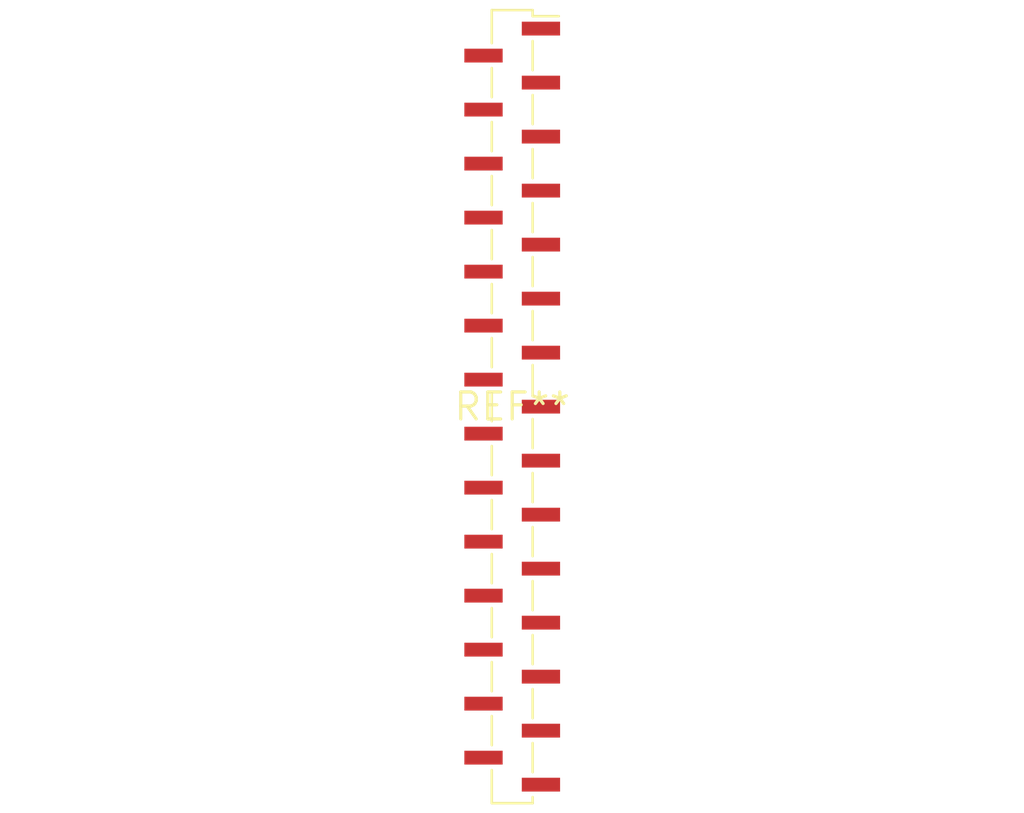
<source format=kicad_pcb>
(kicad_pcb (version 20240108) (generator pcbnew)
  (layers (0 "F.Cu" signal) (31 "B.Cu" signal) (34 "B.Paste" user) (35 "F.Paste" user) (36 "B.SilkS" user "B.Silkscreen") (37 "F.SilkS" user "F.Silkscreen") (38 "B.Mask" user) (39 "F.Mask" user) (44 "Edge.Cuts" user))
  (net 0 "")
  (footprint "PinSocket_1x29_P1.27mm_Vertical_SMD_Pin1Right" (layer "F.Cu") (at 0 0)
    (property "Reference" "REF**")
    (property "Value" "PinSocket_1x29_P1.27mm_Vertical_SMD_Pin1Right")
    (fp_line (start -0.96 -18.65) (end -0.96 -17.095) (layer "F.SilkS") (stroke (width 0.12)))
    (fp_line (start -0.96 -18.65) (end 0.96 -18.65) (layer "F.SilkS") (stroke (width 0.12)))
    (fp_line (start -0.96 -15.925) (end -0.96 -14.555) (layer "F.SilkS") (stroke (width 0.12)))
    (fp_line (start -0.96 -13.385) (end -0.96 -12.015) (layer "F.SilkS") (stroke (width 0.12)))
    (fp_line (start -0.96 -10.845) (end -0.96 -9.475) (layer "F.SilkS") (stroke (width 0.12)))
    (fp_line (start -0.96 -8.305) (end -0.96 -6.935) (layer "F.SilkS") (stroke (width 0.12)))
    (fp_line (start -0.96 -5.765) (end -0.96 -4.395) (layer "F.SilkS") (stroke (width 0.12)))
    (fp_line (start -0.96 -3.225) (end -0.96 -1.855) (layer "F.SilkS") (stroke (width 0.12)))
    (fp_line (start -0.96 -0.685) (end -0.96 0.685) (layer "F.SilkS") (stroke (width 0.12)))
    (fp_line (start -0.96 1.855) (end -0.96 3.225) (layer "F.SilkS") (stroke (width 0.12)))
    (fp_line (start -0.96 4.395) (end -0.96 5.765) (layer "F.SilkS") (stroke (width 0.12)))
    (fp_line (start -0.96 6.935) (end -0.96 8.305) (layer "F.SilkS") (stroke (width 0.12)))
    (fp_line (start -0.96 9.475) (end -0.96 10.845) (layer "F.SilkS") (stroke (width 0.12)))
    (fp_line (start -0.96 12.015) (end -0.96 13.385) (layer "F.SilkS") (stroke (width 0.12)))
    (fp_line (start -0.96 14.555) (end -0.96 15.925) (layer "F.SilkS") (stroke (width 0.12)))
    (fp_line (start -0.96 17.095) (end -0.96 18.65) (layer "F.SilkS") (stroke (width 0.12)))
    (fp_line (start -0.96 18.65) (end 0.96 18.65) (layer "F.SilkS") (stroke (width 0.12)))
    (fp_line (start 0.96 -18.65) (end 0.96 -18.365) (layer "F.SilkS") (stroke (width 0.12)))
    (fp_line (start 0.96 -18.365) (end 2.19 -18.365) (layer "F.SilkS") (stroke (width 0.12)))
    (fp_line (start 0.96 -17.195) (end 0.96 -15.825) (layer "F.SilkS") (stroke (width 0.12)))
    (fp_line (start 0.96 -14.655) (end 0.96 -13.285) (layer "F.SilkS") (stroke (width 0.12)))
    (fp_line (start 0.96 -12.115) (end 0.96 -10.745) (layer "F.SilkS") (stroke (width 0.12)))
    (fp_line (start 0.96 -9.575) (end 0.96 -8.205) (layer "F.SilkS") (stroke (width 0.12)))
    (fp_line (start 0.96 -7.035) (end 0.96 -5.665) (layer "F.SilkS") (stroke (width 0.12)))
    (fp_line (start 0.96 -4.495) (end 0.96 -3.125) (layer "F.SilkS") (stroke (width 0.12)))
    (fp_line (start 0.96 -1.955) (end 0.96 -0.585) (layer "F.SilkS") (stroke (width 0.12)))
    (fp_line (start 0.96 0.585) (end 0.96 1.955) (layer "F.SilkS") (stroke (width 0.12)))
    (fp_line (start 0.96 3.125) (end 0.96 4.495) (layer "F.SilkS") (stroke (width 0.12)))
    (fp_line (start 0.96 5.665) (end 0.96 7.035) (layer "F.SilkS") (stroke (width 0.12)))
    (fp_line (start 0.96 8.205) (end 0.96 9.575) (layer "F.SilkS") (stroke (width 0.12)))
    (fp_line (start 0.96 10.745) (end 0.96 12.115) (layer "F.SilkS") (stroke (width 0.12)))
    (fp_line (start 0.96 13.285) (end 0.96 14.655) (layer "F.SilkS") (stroke (width 0.12)))
    (fp_line (start 0.96 15.825) (end 0.96 17.195) (layer "F.SilkS") (stroke (width 0.12)))
    (fp_line (start 0.96 18.365) (end 0.96 18.65) (layer "F.SilkS") (stroke (width 0.12)))
    (pad "1" smd rect (at 1.35 -17.78) (size 1.8 0.65) (layers "F.Cu" "F.Paste" "F.Mask"))
    (pad "2" smd rect (at -1.35 -16.51) (size 1.8 0.65) (layers "F.Cu" "F.Paste" "F.Mask"))
    (pad "3" smd rect (at 1.35 -15.24) (size 1.8 0.65) (layers "F.Cu" "F.Paste" "F.Mask"))
    (pad "4" smd rect (at -1.35 -13.97) (size 1.8 0.65) (layers "F.Cu" "F.Paste" "F.Mask"))
    (pad "5" smd rect (at 1.35 -12.7) (size 1.8 0.65) (layers "F.Cu" "F.Paste" "F.Mask"))
    (pad "6" smd rect (at -1.35 -11.43) (size 1.8 0.65) (layers "F.Cu" "F.Paste" "F.Mask"))
    (pad "7" smd rect (at 1.35 -10.16) (size 1.8 0.65) (layers "F.Cu" "F.Paste" "F.Mask"))
    (pad "8" smd rect (at -1.35 -8.89) (size 1.8 0.65) (layers "F.Cu" "F.Paste" "F.Mask"))
    (pad "9" smd rect (at 1.35 -7.62) (size 1.8 0.65) (layers "F.Cu" "F.Paste" "F.Mask"))
    (pad "10" smd rect (at -1.35 -6.35) (size 1.8 0.65) (layers "F.Cu" "F.Paste" "F.Mask"))
    (pad "11" smd rect (at 1.35 -5.08) (size 1.8 0.65) (layers "F.Cu" "F.Paste" "F.Mask"))
    (pad "12" smd rect (at -1.35 -3.81) (size 1.8 0.65) (layers "F.Cu" "F.Paste" "F.Mask"))
    (pad "13" smd rect (at 1.35 -2.54) (size 1.8 0.65) (layers "F.Cu" "F.Paste" "F.Mask"))
    (pad "14" smd rect (at -1.35 -1.27) (size 1.8 0.65) (layers "F.Cu" "F.Paste" "F.Mask"))
    (pad "15" smd rect (at 1.35 0) (size 1.8 0.65) (layers "F.Cu" "F.Paste" "F.Mask"))
    (pad "16" smd rect (at -1.35 1.27) (size 1.8 0.65) (layers "F.Cu" "F.Paste" "F.Mask"))
    (pad "17" smd rect (at 1.35 2.54) (size 1.8 0.65) (layers "F.Cu" "F.Paste" "F.Mask"))
    (pad "18" smd rect (at -1.35 3.81) (size 1.8 0.65) (layers "F.Cu" "F.Paste" "F.Mask"))
    (pad "19" smd rect (at 1.35 5.08) (size 1.8 0.65) (layers "F.Cu" "F.Paste" "F.Mask"))
    (pad "20" smd rect (at -1.35 6.35) (size 1.8 0.65) (layers "F.Cu" "F.Paste" "F.Mask"))
    (pad "21" smd rect (at 1.35 7.62) (size 1.8 0.65) (layers "F.Cu" "F.Paste" "F.Mask"))
    (pad "22" smd rect (at -1.35 8.89) (size 1.8 0.65) (layers "F.Cu" "F.Paste" "F.Mask"))
    (pad "23" smd rect (at 1.35 10.16) (size 1.8 0.65) (layers "F.Cu" "F.Paste" "F.Mask"))
    (pad "24" smd rect (at -1.35 11.43) (size 1.8 0.65) (layers "F.Cu" "F.Paste" "F.Mask"))
    (pad "25" smd rect (at 1.35 12.7) (size 1.8 0.65) (layers "F.Cu" "F.Paste" "F.Mask"))
    (pad "26" smd rect (at -1.35 13.97) (size 1.8 0.65) (layers "F.Cu" "F.Paste" "F.Mask"))
    (pad "27" smd rect (at 1.35 15.24) (size 1.8 0.65) (layers "F.Cu" "F.Paste" "F.Mask"))
    (pad "28" smd rect (at -1.35 16.51) (size 1.8 0.65) (layers "F.Cu" "F.Paste" "F.Mask"))
    (pad "29" smd rect (at 1.35 17.78) (size 1.8 0.65) (layers "F.Cu" "F.Paste" "F.Mask"))
  )
)
</source>
